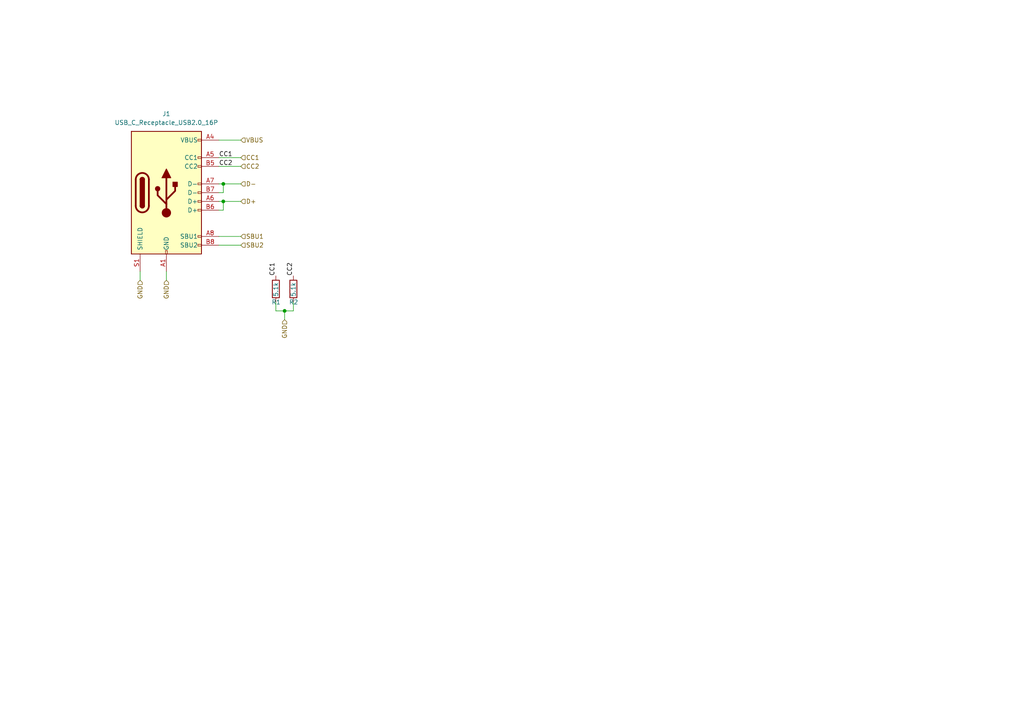
<source format=kicad_sch>
(kicad_sch (version 20231120) (generator "eeschema") (generator_version "8.0")
  (paper "A4")
  (lib_symbols
    (symbol "Connector:USB_C_Receptacle_USB2.0_16P" (pin_names (offset 1.016))
      (property "Reference" "J" (at 0 22.225 0))
      (property "Value" "USB_C_Receptacle_USB2.0_16P" (at 0 19.685 0))
      (symbol "USB_C_Receptacle_USB2.0_16P_0_0"
        (rectangle (start -0.254 -17.78) (end 0.254 -16.764))
        (rectangle (start 10.16 -14.986) (end 9.144 -15.494))
        (rectangle (start 10.16 -12.446) (end 9.144 -12.954))
        (rectangle (start 10.16 -4.826) (end 9.144 -5.334))
        (rectangle (start 10.16 -2.286) (end 9.144 -2.794))
        (rectangle (start 10.16 0.254) (end 9.144 -0.254))
        (rectangle (start 10.16 2.794) (end 9.144 2.286))
        (rectangle (start 10.16 7.874) (end 9.144 7.366))
        (rectangle (start 10.16 10.414) (end 9.144 9.906))
        (rectangle (start 10.16 15.494) (end 9.144 14.986))
      )
      (symbol "USB_C_Receptacle_USB2.0_16P_0_1"
        (rectangle (start -10.16 17.78) (end 10.16 -17.78) (stroke (width 0.254)) (fill (type background)))
        (arc (start -8.89 -3.81) (mid -6.985 -5.7067) (end -5.08 -3.81) (stroke (width 0.508)))
        (arc (start -7.62 -3.81) (mid -6.985 -4.4423) (end -6.35 -3.81) (stroke (width 0.254)))
        (arc (start -7.62 -3.81) (mid -6.985 -4.4423) (end -6.35 -3.81) (stroke (width 0.254)) (fill (type outline)))
        (rectangle (start -7.62 -3.81) (end -6.35 3.81) (stroke (width 0.254)) (fill (type outline)))
        (arc (start -6.35 3.81) (mid -6.985 4.4423) (end -7.62 3.81) (stroke (width 0.254)))
        (arc (start -6.35 3.81) (mid -6.985 4.4423) (end -7.62 3.81) (stroke (width 0.254)) (fill (type outline)))
        (arc (start -5.08 3.81) (mid -6.985 5.7067) (end -8.89 3.81) (stroke (width 0.508)))
        (circle (center -2.54 1.143) (radius 0.635) (stroke (width 0.254)) (fill (type outline)))
        (circle (center 0 -5.842) (radius 1.27) (fill (type outline)))
        (polyline (pts (xy -8.89 -3.81) (xy -8.89 3.81)) (stroke (width 0.508)))
        (polyline (pts (xy -5.08 3.81) (xy -5.08 -3.81)) (stroke (width 0.508)))
        (polyline (pts (xy 0 -5.842) (xy 0 4.318)) (stroke (width 0.508)))
        (polyline (pts (xy 0 -3.302) (xy -2.54 -0.762) (xy -2.54 0.508)) (stroke (width 0.508)))
        (polyline (pts (xy 0 -2.032) (xy 2.54 0.508) (xy 2.54 1.778)) (stroke (width 0.508)))
        (polyline (pts (xy -1.27 4.318) (xy 0 6.858) (xy 1.27 4.318) (xy -1.27 4.318)) (stroke (width 0.254)) (fill (type outline)))
        (rectangle (start 1.905 1.778) (end 3.175 3.048) (stroke (width 0.254)) (fill (type outline)))
      )
      (symbol "USB_C_Receptacle_USB2.0_16P_1_1"
        (pin passive line (at 0 -22.86 90) (length 5.08) (name "GND") (number "A1"))
        (pin passive line (at 0 -22.86 90) (length 5.08) hide (name "GND") (number "A12"))
        (pin passive line (at 15.24 15.24 180) (length 5.08) (name "VBUS") (number "A4"))
        (pin bidirectional line (at 15.24 10.16 180) (length 5.08) (name "CC1") (number "A5"))
        (pin bidirectional line (at 15.24 -2.54 180) (length 5.08) (name "D+") (number "A6"))
        (pin bidirectional line (at 15.24 2.54 180) (length 5.08) (name "D-") (number "A7"))
        (pin bidirectional line (at 15.24 -12.7 180) (length 5.08) (name "SBU1") (number "A8"))
        (pin passive line (at 15.24 15.24 180) (length 5.08) hide (name "VBUS") (number "A9"))
        (pin passive line (at 0 -22.86 90) (length 5.08) hide (name "GND") (number "B1"))
        (pin passive line (at 0 -22.86 90) (length 5.08) hide (name "GND") (number "B12"))
        (pin passive line (at 15.24 15.24 180) (length 5.08) hide (name "VBUS") (number "B4"))
        (pin bidirectional line (at 15.24 7.62 180) (length 5.08) (name "CC2") (number "B5"))
        (pin bidirectional line (at 15.24 -5.08 180) (length 5.08) (name "D+") (number "B6"))
        (pin bidirectional line (at 15.24 0 180) (length 5.08) (name "D-") (number "B7"))
        (pin bidirectional line (at 15.24 -15.24 180) (length 5.08) (name "SBU2") (number "B8"))
        (pin passive line (at 15.24 15.24 180) (length 5.08) hide (name "VBUS") (number "B9"))
        (pin passive line (at -7.62 -22.86 90) (length 5.08) (name "SHIELD") (number "S1"))
      )
    )
    (symbol "Device:R" (pin_numbers hide) (pin_names (offset 0))
      (property "Reference" "R" (at 2.032 0 90))
      (property "Value" "R" (at 0 0 90))
      (symbol "R_0_1"
        (rectangle (start -1.016 -2.54) (end 1.016 2.54) (stroke (width 0.254)))
      )
      (symbol "R_1_1"
        (pin passive line (at 0 3.81 270) (length 1.27) (name "~") (number "1"))
        (pin passive line (at 0 -3.81 90) (length 1.27) (name "~") (number "2"))
      )
    )
  )
  (junction (at 64.77 53.34))
  (junction (at 64.77 58.42))
  (junction (at 82.55 90.17))
  (wire (pts (xy 63.5 58.42) (xy 64.77 58.42)))
  (wire (pts (xy 85.09 87.63) (xy 85.09 90.17)))
  (wire (pts (xy 63.5 53.34) (xy 64.77 53.34)))
  (wire (pts (xy 64.77 58.42) (xy 69.85 58.42)))
  (wire (pts (xy 63.5 68.58) (xy 69.85 68.58)))
  (wire (pts (xy 64.77 53.34) (xy 69.85 53.34)))
  (wire (pts (xy 64.77 55.88) (xy 64.77 53.34)))
  (wire (pts (xy 80.01 90.17) (xy 80.01 87.63)))
  (wire (pts (xy 63.5 55.88) (xy 64.77 55.88)))
  (wire (pts (xy 63.5 40.64) (xy 69.85 40.64)))
  (wire (pts (xy 63.5 71.12) (xy 69.85 71.12)))
  (wire (pts (xy 64.77 60.96) (xy 64.77 58.42)))
  (wire (pts (xy 82.55 92.71) (xy 82.55 90.17)))
  (wire (pts (xy 82.55 90.17) (xy 80.01 90.17)))
  (wire (pts (xy 63.5 60.96) (xy 64.77 60.96)))
  (wire (pts (xy 48.26 78.74) (xy 48.26 81.28)))
  (wire (pts (xy 63.5 45.72) (xy 69.85 45.72)))
  (wire (pts (xy 63.5 48.26) (xy 69.85 48.26)))
  (wire (pts (xy 40.64 78.74) (xy 40.64 81.28)))
  (wire (pts (xy 85.09 90.17) (xy 82.55 90.17)))
  (label "CC2" (at 85.09 80.01 90))
  (label "CC1" (at 63.5 45.72 0))
  (label "CC1" (at 80.01 80.01 90))
  (label "CC2" (at 63.5 48.26 0))
  (hierarchical_label "VBUS" (shape input) (at 69.85 40.64 0))
  (hierarchical_label "SBU2" (shape input) (at 69.85 71.12 0))
  (hierarchical_label "GND" (shape input) (at 40.64 81.28 270))
  (hierarchical_label "CC2" (shape input) (at 69.85 48.26 0))
  (hierarchical_label "GND" (shape input) (at 82.55 92.71 270))
  (hierarchical_label "D-" (shape input) (at 69.85 53.34 0))
  (hierarchical_label "SBU1" (shape input) (at 69.85 68.58 0))
  (hierarchical_label "D+" (shape input) (at 69.85 58.42 0))
  (hierarchical_label "CC1" (shape input) (at 69.85 45.72 0))
  (hierarchical_label "GND" (shape input) (at 48.26 81.28 270))
  (symbol (lib_id "Device:R") (at 85.09 83.82 0) (unit 1)
    (property "Reference" "R2" (at 83.82 87.63 0) (effects (justify left)))
    (property "Value" "5.1k" (at 85.09 86.106 90) (effects (justify left)))
    (property "Description" "Resistor" (effects (hide yes)))
  )
  (symbol (lib_id "Device:R") (at 80.01 83.82 0) (unit 1)
    (property "Reference" "R1" (at 78.74 87.63 0) (effects (justify left)))
    (property "Value" "5.1k" (at 80.01 86.106 90) (effects (justify left)))
    (property "Description" "Resistor" (effects (hide yes)))
  )
  (symbol (lib_id "Connector:USB_C_Receptacle_USB2.0_16P") (at 48.26 55.88 0) (unit 1)
    (property "Reference" "J1" (at 48.26 33.02 0))
    (property "Value" "USB_C_Receptacle_USB2.0_16P" (at 48.26 35.56 0))
    (property "Datasheet" "https://www.usb.org/sites/default/files/documents/usb_type-c.zip" (effects (hide yes)))
    (property "Description" "USB 2.0-only 16P Type-C Receptacle connector" (effects (hide yes)))
  )
)
</source>
